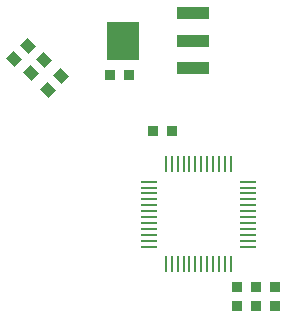
<source format=gtp>
G04*
G04 #@! TF.GenerationSoftware,Altium Limited,Altium Designer,20.0.7 (75)*
G04*
G04 Layer_Color=8421504*
%FSLAX44Y44*%
%MOMM*%
G71*
G01*
G75*
%ADD17R,2.7000X1.0000*%
%ADD18R,2.7000X3.3000*%
%ADD19R,0.9652X0.8636*%
%ADD20R,0.8636X0.9652*%
G04:AMPARAMS|DCode=21|XSize=0.8636mm|YSize=0.9652mm|CornerRadius=0mm|HoleSize=0mm|Usage=FLASHONLY|Rotation=225.000|XOffset=0mm|YOffset=0mm|HoleType=Round|Shape=Rectangle|*
%AMROTATEDRECTD21*
4,1,4,-0.0359,0.6466,0.6466,-0.0359,0.0359,-0.6466,-0.6466,0.0359,-0.0359,0.6466,0.0*
%
%ADD21ROTATEDRECTD21*%

%ADD22R,1.4732X0.2794*%
%ADD23R,0.2794X1.4732*%
D17*
X35500Y147000D02*
D03*
Y170000D02*
D03*
Y193000D02*
D03*
D18*
X-23500Y170000D02*
D03*
D19*
X73000Y-55001D02*
D03*
Y-38999D02*
D03*
X105000Y-55001D02*
D03*
Y-38999D02*
D03*
X89000Y-55001D02*
D03*
Y-38999D02*
D03*
D20*
X-18999Y141000D02*
D03*
X-35001D02*
D03*
X1999Y93000D02*
D03*
X18001D02*
D03*
D21*
X-115658Y154343D02*
D03*
X-104342Y165657D02*
D03*
X-101658Y142342D02*
D03*
X-90343Y153657D02*
D03*
X-87658Y128342D02*
D03*
X-76343Y139657D02*
D03*
D22*
X82164Y-4500D02*
D03*
Y500D02*
D03*
Y5500D02*
D03*
Y10500D02*
D03*
Y15500D02*
D03*
Y20500D02*
D03*
Y25500D02*
D03*
Y30500D02*
D03*
Y35500D02*
D03*
Y40500D02*
D03*
Y45500D02*
D03*
Y50500D02*
D03*
X-2164D02*
D03*
Y45500D02*
D03*
Y40500D02*
D03*
Y35500D02*
D03*
Y30500D02*
D03*
Y25500D02*
D03*
Y20500D02*
D03*
Y15500D02*
D03*
Y10500D02*
D03*
Y5500D02*
D03*
Y500D02*
D03*
Y-4500D02*
D03*
D23*
X67500Y65164D02*
D03*
X62500D02*
D03*
X57500D02*
D03*
X52500D02*
D03*
X47500D02*
D03*
X42500D02*
D03*
X37500D02*
D03*
X32500D02*
D03*
X27500D02*
D03*
X22500D02*
D03*
X17500D02*
D03*
X12500D02*
D03*
Y-19164D02*
D03*
X17500D02*
D03*
X22500D02*
D03*
X27500D02*
D03*
X32500D02*
D03*
X37500D02*
D03*
X42500D02*
D03*
X47500D02*
D03*
X52500D02*
D03*
X57500D02*
D03*
X62500D02*
D03*
X67500D02*
D03*
M02*

</source>
